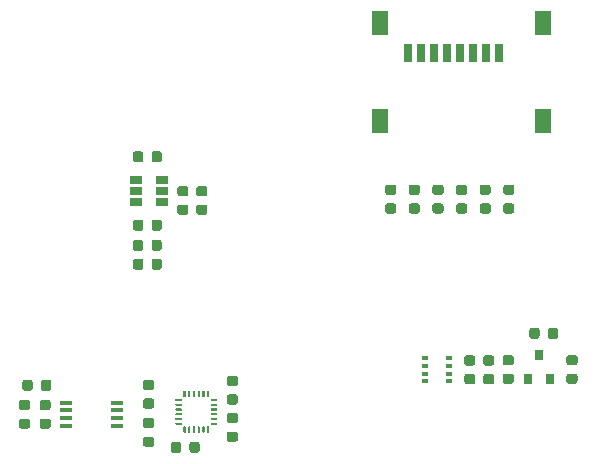
<source format=gbr>
%TF.GenerationSoftware,KiCad,Pcbnew,(5.1.10)-1*%
%TF.CreationDate,2021-07-09T14:19:08-04:00*%
%TF.ProjectId,ControlBoard,436f6e74-726f-46c4-926f-6172642e6b69,rev?*%
%TF.SameCoordinates,Original*%
%TF.FileFunction,Paste,Bot*%
%TF.FilePolarity,Positive*%
%FSLAX46Y46*%
G04 Gerber Fmt 4.6, Leading zero omitted, Abs format (unit mm)*
G04 Created by KiCad (PCBNEW (5.1.10)-1) date 2021-07-09 14:19:08*
%MOMM*%
%LPD*%
G01*
G04 APERTURE LIST*
%ADD10R,1.450000X2.000000*%
%ADD11R,0.800000X1.500000*%
%ADD12R,0.800000X0.900000*%
%ADD13R,0.500000X0.350000*%
%ADD14R,1.100000X0.400000*%
%ADD15R,1.060000X0.650000*%
G04 APERTURE END LIST*
%TO.C,C8*%
G36*
G01*
X127837500Y-103543750D02*
X127837500Y-104056250D01*
G75*
G02*
X127618750Y-104275000I-218750J0D01*
G01*
X127181250Y-104275000D01*
G75*
G02*
X126962500Y-104056250I0J218750D01*
G01*
X126962500Y-103543750D01*
G75*
G02*
X127181250Y-103325000I218750J0D01*
G01*
X127618750Y-103325000D01*
G75*
G02*
X127837500Y-103543750I0J-218750D01*
G01*
G37*
G36*
G01*
X126262500Y-103543750D02*
X126262500Y-104056250D01*
G75*
G02*
X126043750Y-104275000I-218750J0D01*
G01*
X125606250Y-104275000D01*
G75*
G02*
X125387500Y-104056250I0J218750D01*
G01*
X125387500Y-103543750D01*
G75*
G02*
X125606250Y-103325000I218750J0D01*
G01*
X126043750Y-103325000D01*
G75*
G02*
X126262500Y-103543750I0J-218750D01*
G01*
G37*
%TD*%
%TO.C,C9*%
G36*
G01*
X130856250Y-98612500D02*
X130343750Y-98612500D01*
G75*
G02*
X130125000Y-98393750I0J218750D01*
G01*
X130125000Y-97956250D01*
G75*
G02*
X130343750Y-97737500I218750J0D01*
G01*
X130856250Y-97737500D01*
G75*
G02*
X131075000Y-97956250I0J-218750D01*
G01*
X131075000Y-98393750D01*
G75*
G02*
X130856250Y-98612500I-218750J0D01*
G01*
G37*
G36*
G01*
X130856250Y-100187500D02*
X130343750Y-100187500D01*
G75*
G02*
X130125000Y-99968750I0J218750D01*
G01*
X130125000Y-99531250D01*
G75*
G02*
X130343750Y-99312500I218750J0D01*
G01*
X130856250Y-99312500D01*
G75*
G02*
X131075000Y-99531250I0J-218750D01*
G01*
X131075000Y-99968750D01*
G75*
G02*
X130856250Y-100187500I-218750J0D01*
G01*
G37*
%TD*%
%TO.C,C13*%
G36*
G01*
X130343750Y-102462500D02*
X130856250Y-102462500D01*
G75*
G02*
X131075000Y-102681250I0J-218750D01*
G01*
X131075000Y-103118750D01*
G75*
G02*
X130856250Y-103337500I-218750J0D01*
G01*
X130343750Y-103337500D01*
G75*
G02*
X130125000Y-103118750I0J218750D01*
G01*
X130125000Y-102681250D01*
G75*
G02*
X130343750Y-102462500I218750J0D01*
G01*
G37*
G36*
G01*
X130343750Y-100887500D02*
X130856250Y-100887500D01*
G75*
G02*
X131075000Y-101106250I0J-218750D01*
G01*
X131075000Y-101543750D01*
G75*
G02*
X130856250Y-101762500I-218750J0D01*
G01*
X130343750Y-101762500D01*
G75*
G02*
X130125000Y-101543750I0J218750D01*
G01*
X130125000Y-101106250D01*
G75*
G02*
X130343750Y-100887500I218750J0D01*
G01*
G37*
%TD*%
%TO.C,C21*%
G36*
G01*
X152043750Y-97587500D02*
X152556250Y-97587500D01*
G75*
G02*
X152775000Y-97806250I0J-218750D01*
G01*
X152775000Y-98243750D01*
G75*
G02*
X152556250Y-98462500I-218750J0D01*
G01*
X152043750Y-98462500D01*
G75*
G02*
X151825000Y-98243750I0J218750D01*
G01*
X151825000Y-97806250D01*
G75*
G02*
X152043750Y-97587500I218750J0D01*
G01*
G37*
G36*
G01*
X152043750Y-96012500D02*
X152556250Y-96012500D01*
G75*
G02*
X152775000Y-96231250I0J-218750D01*
G01*
X152775000Y-96668750D01*
G75*
G02*
X152556250Y-96887500I-218750J0D01*
G01*
X152043750Y-96887500D01*
G75*
G02*
X151825000Y-96668750I0J218750D01*
G01*
X151825000Y-96231250D01*
G75*
G02*
X152043750Y-96012500I218750J0D01*
G01*
G37*
%TD*%
%TO.C,C23*%
G36*
G01*
X150443750Y-97587500D02*
X150956250Y-97587500D01*
G75*
G02*
X151175000Y-97806250I0J-218750D01*
G01*
X151175000Y-98243750D01*
G75*
G02*
X150956250Y-98462500I-218750J0D01*
G01*
X150443750Y-98462500D01*
G75*
G02*
X150225000Y-98243750I0J218750D01*
G01*
X150225000Y-97806250D01*
G75*
G02*
X150443750Y-97587500I218750J0D01*
G01*
G37*
G36*
G01*
X150443750Y-96012500D02*
X150956250Y-96012500D01*
G75*
G02*
X151175000Y-96231250I0J-218750D01*
G01*
X151175000Y-96668750D01*
G75*
G02*
X150956250Y-96887500I-218750J0D01*
G01*
X150443750Y-96887500D01*
G75*
G02*
X150225000Y-96668750I0J218750D01*
G01*
X150225000Y-96231250D01*
G75*
G02*
X150443750Y-96012500I218750J0D01*
G01*
G37*
%TD*%
%TO.C,C42*%
G36*
G01*
X123050000Y-86443750D02*
X123050000Y-86956250D01*
G75*
G02*
X122831250Y-87175000I-218750J0D01*
G01*
X122393750Y-87175000D01*
G75*
G02*
X122175000Y-86956250I0J218750D01*
G01*
X122175000Y-86443750D01*
G75*
G02*
X122393750Y-86225000I218750J0D01*
G01*
X122831250Y-86225000D01*
G75*
G02*
X123050000Y-86443750I0J-218750D01*
G01*
G37*
G36*
G01*
X124625000Y-86443750D02*
X124625000Y-86956250D01*
G75*
G02*
X124406250Y-87175000I-218750J0D01*
G01*
X123968750Y-87175000D01*
G75*
G02*
X123750000Y-86956250I0J218750D01*
G01*
X123750000Y-86443750D01*
G75*
G02*
X123968750Y-86225000I218750J0D01*
G01*
X124406250Y-86225000D01*
G75*
G02*
X124625000Y-86443750I0J-218750D01*
G01*
G37*
%TD*%
%TO.C,C44*%
G36*
G01*
X126143750Y-81675000D02*
X126656250Y-81675000D01*
G75*
G02*
X126875000Y-81893750I0J-218750D01*
G01*
X126875000Y-82331250D01*
G75*
G02*
X126656250Y-82550000I-218750J0D01*
G01*
X126143750Y-82550000D01*
G75*
G02*
X125925000Y-82331250I0J218750D01*
G01*
X125925000Y-81893750D01*
G75*
G02*
X126143750Y-81675000I218750J0D01*
G01*
G37*
G36*
G01*
X126143750Y-83250000D02*
X126656250Y-83250000D01*
G75*
G02*
X126875000Y-83468750I0J-218750D01*
G01*
X126875000Y-83906250D01*
G75*
G02*
X126656250Y-84125000I-218750J0D01*
G01*
X126143750Y-84125000D01*
G75*
G02*
X125925000Y-83906250I0J218750D01*
G01*
X125925000Y-83468750D01*
G75*
G02*
X126143750Y-83250000I218750J0D01*
G01*
G37*
%TD*%
%TO.C,FB1*%
G36*
G01*
X123050000Y-88043750D02*
X123050000Y-88556250D01*
G75*
G02*
X122831250Y-88775000I-218750J0D01*
G01*
X122393750Y-88775000D01*
G75*
G02*
X122175000Y-88556250I0J218750D01*
G01*
X122175000Y-88043750D01*
G75*
G02*
X122393750Y-87825000I218750J0D01*
G01*
X122831250Y-87825000D01*
G75*
G02*
X123050000Y-88043750I0J-218750D01*
G01*
G37*
G36*
G01*
X124625000Y-88043750D02*
X124625000Y-88556250D01*
G75*
G02*
X124406250Y-88775000I-218750J0D01*
G01*
X123968750Y-88775000D01*
G75*
G02*
X123750000Y-88556250I0J218750D01*
G01*
X123750000Y-88043750D01*
G75*
G02*
X123968750Y-87825000I218750J0D01*
G01*
X124406250Y-87825000D01*
G75*
G02*
X124625000Y-88043750I0J-218750D01*
G01*
G37*
%TD*%
%TO.C,FB2*%
G36*
G01*
X128256250Y-84125000D02*
X127743750Y-84125000D01*
G75*
G02*
X127525000Y-83906250I0J218750D01*
G01*
X127525000Y-83468750D01*
G75*
G02*
X127743750Y-83250000I218750J0D01*
G01*
X128256250Y-83250000D01*
G75*
G02*
X128475000Y-83468750I0J-218750D01*
G01*
X128475000Y-83906250D01*
G75*
G02*
X128256250Y-84125000I-218750J0D01*
G01*
G37*
G36*
G01*
X128256250Y-82550000D02*
X127743750Y-82550000D01*
G75*
G02*
X127525000Y-82331250I0J218750D01*
G01*
X127525000Y-81893750D01*
G75*
G02*
X127743750Y-81675000I218750J0D01*
G01*
X128256250Y-81675000D01*
G75*
G02*
X128475000Y-81893750I0J-218750D01*
G01*
X128475000Y-82331250D01*
G75*
G02*
X128256250Y-82550000I-218750J0D01*
G01*
G37*
%TD*%
D10*
%TO.C,J9*%
X143125000Y-67850000D03*
X156875000Y-67850000D03*
X156875000Y-76150000D03*
X143125000Y-76150000D03*
D11*
X145500000Y-70450000D03*
X146600000Y-70450000D03*
X147700000Y-70450000D03*
X148800000Y-70450000D03*
X149900000Y-70450000D03*
X151000000Y-70450000D03*
X152100000Y-70450000D03*
X153200000Y-70450000D03*
%TD*%
D12*
%TO.C,Q2*%
X156550000Y-96000000D03*
X155600000Y-98000000D03*
X157500000Y-98000000D03*
%TD*%
%TO.C,R12*%
G36*
G01*
X123756250Y-100537500D02*
X123243750Y-100537500D01*
G75*
G02*
X123025000Y-100318750I0J218750D01*
G01*
X123025000Y-99881250D01*
G75*
G02*
X123243750Y-99662500I218750J0D01*
G01*
X123756250Y-99662500D01*
G75*
G02*
X123975000Y-99881250I0J-218750D01*
G01*
X123975000Y-100318750D01*
G75*
G02*
X123756250Y-100537500I-218750J0D01*
G01*
G37*
G36*
G01*
X123756250Y-98962500D02*
X123243750Y-98962500D01*
G75*
G02*
X123025000Y-98743750I0J218750D01*
G01*
X123025000Y-98306250D01*
G75*
G02*
X123243750Y-98087500I218750J0D01*
G01*
X123756250Y-98087500D01*
G75*
G02*
X123975000Y-98306250I0J-218750D01*
G01*
X123975000Y-98743750D01*
G75*
G02*
X123756250Y-98962500I-218750J0D01*
G01*
G37*
%TD*%
%TO.C,R13*%
G36*
G01*
X123243750Y-101312500D02*
X123756250Y-101312500D01*
G75*
G02*
X123975000Y-101531250I0J-218750D01*
G01*
X123975000Y-101968750D01*
G75*
G02*
X123756250Y-102187500I-218750J0D01*
G01*
X123243750Y-102187500D01*
G75*
G02*
X123025000Y-101968750I0J218750D01*
G01*
X123025000Y-101531250D01*
G75*
G02*
X123243750Y-101312500I218750J0D01*
G01*
G37*
G36*
G01*
X123243750Y-102887500D02*
X123756250Y-102887500D01*
G75*
G02*
X123975000Y-103106250I0J-218750D01*
G01*
X123975000Y-103543750D01*
G75*
G02*
X123756250Y-103762500I-218750J0D01*
G01*
X123243750Y-103762500D01*
G75*
G02*
X123025000Y-103543750I0J218750D01*
G01*
X123025000Y-103106250D01*
G75*
G02*
X123243750Y-102887500I218750J0D01*
G01*
G37*
%TD*%
%TO.C,R14*%
G36*
G01*
X115262500Y-98293750D02*
X115262500Y-98806250D01*
G75*
G02*
X115043750Y-99025000I-218750J0D01*
G01*
X114606250Y-99025000D01*
G75*
G02*
X114387500Y-98806250I0J218750D01*
G01*
X114387500Y-98293750D01*
G75*
G02*
X114606250Y-98075000I218750J0D01*
G01*
X115043750Y-98075000D01*
G75*
G02*
X115262500Y-98293750I0J-218750D01*
G01*
G37*
G36*
G01*
X113687500Y-98293750D02*
X113687500Y-98806250D01*
G75*
G02*
X113468750Y-99025000I-218750J0D01*
G01*
X113031250Y-99025000D01*
G75*
G02*
X112812500Y-98806250I0J218750D01*
G01*
X112812500Y-98293750D01*
G75*
G02*
X113031250Y-98075000I218750J0D01*
G01*
X113468750Y-98075000D01*
G75*
G02*
X113687500Y-98293750I0J-218750D01*
G01*
G37*
%TD*%
%TO.C,R15*%
G36*
G01*
X114493750Y-99787500D02*
X115006250Y-99787500D01*
G75*
G02*
X115225000Y-100006250I0J-218750D01*
G01*
X115225000Y-100443750D01*
G75*
G02*
X115006250Y-100662500I-218750J0D01*
G01*
X114493750Y-100662500D01*
G75*
G02*
X114275000Y-100443750I0J218750D01*
G01*
X114275000Y-100006250D01*
G75*
G02*
X114493750Y-99787500I218750J0D01*
G01*
G37*
G36*
G01*
X114493750Y-101362500D02*
X115006250Y-101362500D01*
G75*
G02*
X115225000Y-101581250I0J-218750D01*
G01*
X115225000Y-102018750D01*
G75*
G02*
X115006250Y-102237500I-218750J0D01*
G01*
X114493750Y-102237500D01*
G75*
G02*
X114275000Y-102018750I0J218750D01*
G01*
X114275000Y-101581250D01*
G75*
G02*
X114493750Y-101362500I218750J0D01*
G01*
G37*
%TD*%
%TO.C,R16*%
G36*
G01*
X112743750Y-101362500D02*
X113256250Y-101362500D01*
G75*
G02*
X113475000Y-101581250I0J-218750D01*
G01*
X113475000Y-102018750D01*
G75*
G02*
X113256250Y-102237500I-218750J0D01*
G01*
X112743750Y-102237500D01*
G75*
G02*
X112525000Y-102018750I0J218750D01*
G01*
X112525000Y-101581250D01*
G75*
G02*
X112743750Y-101362500I218750J0D01*
G01*
G37*
G36*
G01*
X112743750Y-99787500D02*
X113256250Y-99787500D01*
G75*
G02*
X113475000Y-100006250I0J-218750D01*
G01*
X113475000Y-100443750D01*
G75*
G02*
X113256250Y-100662500I-218750J0D01*
G01*
X112743750Y-100662500D01*
G75*
G02*
X112525000Y-100443750I0J218750D01*
G01*
X112525000Y-100006250D01*
G75*
G02*
X112743750Y-99787500I218750J0D01*
G01*
G37*
%TD*%
%TO.C,R19*%
G36*
G01*
X144256250Y-84012500D02*
X143743750Y-84012500D01*
G75*
G02*
X143525000Y-83793750I0J218750D01*
G01*
X143525000Y-83356250D01*
G75*
G02*
X143743750Y-83137500I218750J0D01*
G01*
X144256250Y-83137500D01*
G75*
G02*
X144475000Y-83356250I0J-218750D01*
G01*
X144475000Y-83793750D01*
G75*
G02*
X144256250Y-84012500I-218750J0D01*
G01*
G37*
G36*
G01*
X144256250Y-82437500D02*
X143743750Y-82437500D01*
G75*
G02*
X143525000Y-82218750I0J218750D01*
G01*
X143525000Y-81781250D01*
G75*
G02*
X143743750Y-81562500I218750J0D01*
G01*
X144256250Y-81562500D01*
G75*
G02*
X144475000Y-81781250I0J-218750D01*
G01*
X144475000Y-82218750D01*
G75*
G02*
X144256250Y-82437500I-218750J0D01*
G01*
G37*
%TD*%
%TO.C,R20*%
G36*
G01*
X146256250Y-84012500D02*
X145743750Y-84012500D01*
G75*
G02*
X145525000Y-83793750I0J218750D01*
G01*
X145525000Y-83356250D01*
G75*
G02*
X145743750Y-83137500I218750J0D01*
G01*
X146256250Y-83137500D01*
G75*
G02*
X146475000Y-83356250I0J-218750D01*
G01*
X146475000Y-83793750D01*
G75*
G02*
X146256250Y-84012500I-218750J0D01*
G01*
G37*
G36*
G01*
X146256250Y-82437500D02*
X145743750Y-82437500D01*
G75*
G02*
X145525000Y-82218750I0J218750D01*
G01*
X145525000Y-81781250D01*
G75*
G02*
X145743750Y-81562500I218750J0D01*
G01*
X146256250Y-81562500D01*
G75*
G02*
X146475000Y-81781250I0J-218750D01*
G01*
X146475000Y-82218750D01*
G75*
G02*
X146256250Y-82437500I-218750J0D01*
G01*
G37*
%TD*%
%TO.C,R23*%
G36*
G01*
X148256250Y-82437500D02*
X147743750Y-82437500D01*
G75*
G02*
X147525000Y-82218750I0J218750D01*
G01*
X147525000Y-81781250D01*
G75*
G02*
X147743750Y-81562500I218750J0D01*
G01*
X148256250Y-81562500D01*
G75*
G02*
X148475000Y-81781250I0J-218750D01*
G01*
X148475000Y-82218750D01*
G75*
G02*
X148256250Y-82437500I-218750J0D01*
G01*
G37*
G36*
G01*
X148256250Y-84012500D02*
X147743750Y-84012500D01*
G75*
G02*
X147525000Y-83793750I0J218750D01*
G01*
X147525000Y-83356250D01*
G75*
G02*
X147743750Y-83137500I218750J0D01*
G01*
X148256250Y-83137500D01*
G75*
G02*
X148475000Y-83356250I0J-218750D01*
G01*
X148475000Y-83793750D01*
G75*
G02*
X148256250Y-84012500I-218750J0D01*
G01*
G37*
%TD*%
%TO.C,R24*%
G36*
G01*
X123750000Y-79456250D02*
X123750000Y-78943750D01*
G75*
G02*
X123968750Y-78725000I218750J0D01*
G01*
X124406250Y-78725000D01*
G75*
G02*
X124625000Y-78943750I0J-218750D01*
G01*
X124625000Y-79456250D01*
G75*
G02*
X124406250Y-79675000I-218750J0D01*
G01*
X123968750Y-79675000D01*
G75*
G02*
X123750000Y-79456250I0J218750D01*
G01*
G37*
G36*
G01*
X122175000Y-79456250D02*
X122175000Y-78943750D01*
G75*
G02*
X122393750Y-78725000I218750J0D01*
G01*
X122831250Y-78725000D01*
G75*
G02*
X123050000Y-78943750I0J-218750D01*
G01*
X123050000Y-79456250D01*
G75*
G02*
X122831250Y-79675000I-218750J0D01*
G01*
X122393750Y-79675000D01*
G75*
G02*
X122175000Y-79456250I0J218750D01*
G01*
G37*
%TD*%
%TO.C,R25*%
G36*
G01*
X124625000Y-84743750D02*
X124625000Y-85256250D01*
G75*
G02*
X124406250Y-85475000I-218750J0D01*
G01*
X123968750Y-85475000D01*
G75*
G02*
X123750000Y-85256250I0J218750D01*
G01*
X123750000Y-84743750D01*
G75*
G02*
X123968750Y-84525000I218750J0D01*
G01*
X124406250Y-84525000D01*
G75*
G02*
X124625000Y-84743750I0J-218750D01*
G01*
G37*
G36*
G01*
X123050000Y-84743750D02*
X123050000Y-85256250D01*
G75*
G02*
X122831250Y-85475000I-218750J0D01*
G01*
X122393750Y-85475000D01*
G75*
G02*
X122175000Y-85256250I0J218750D01*
G01*
X122175000Y-84743750D01*
G75*
G02*
X122393750Y-84525000I218750J0D01*
G01*
X122831250Y-84525000D01*
G75*
G02*
X123050000Y-84743750I0J-218750D01*
G01*
G37*
%TD*%
%TO.C,R26*%
G36*
G01*
X150256250Y-84012500D02*
X149743750Y-84012500D01*
G75*
G02*
X149525000Y-83793750I0J218750D01*
G01*
X149525000Y-83356250D01*
G75*
G02*
X149743750Y-83137500I218750J0D01*
G01*
X150256250Y-83137500D01*
G75*
G02*
X150475000Y-83356250I0J-218750D01*
G01*
X150475000Y-83793750D01*
G75*
G02*
X150256250Y-84012500I-218750J0D01*
G01*
G37*
G36*
G01*
X150256250Y-82437500D02*
X149743750Y-82437500D01*
G75*
G02*
X149525000Y-82218750I0J218750D01*
G01*
X149525000Y-81781250D01*
G75*
G02*
X149743750Y-81562500I218750J0D01*
G01*
X150256250Y-81562500D01*
G75*
G02*
X150475000Y-81781250I0J-218750D01*
G01*
X150475000Y-82218750D01*
G75*
G02*
X150256250Y-82437500I-218750J0D01*
G01*
G37*
%TD*%
%TO.C,R27*%
G36*
G01*
X152256250Y-84012500D02*
X151743750Y-84012500D01*
G75*
G02*
X151525000Y-83793750I0J218750D01*
G01*
X151525000Y-83356250D01*
G75*
G02*
X151743750Y-83137500I218750J0D01*
G01*
X152256250Y-83137500D01*
G75*
G02*
X152475000Y-83356250I0J-218750D01*
G01*
X152475000Y-83793750D01*
G75*
G02*
X152256250Y-84012500I-218750J0D01*
G01*
G37*
G36*
G01*
X152256250Y-82437500D02*
X151743750Y-82437500D01*
G75*
G02*
X151525000Y-82218750I0J218750D01*
G01*
X151525000Y-81781250D01*
G75*
G02*
X151743750Y-81562500I218750J0D01*
G01*
X152256250Y-81562500D01*
G75*
G02*
X152475000Y-81781250I0J-218750D01*
G01*
X152475000Y-82218750D01*
G75*
G02*
X152256250Y-82437500I-218750J0D01*
G01*
G37*
%TD*%
%TO.C,R28*%
G36*
G01*
X154256250Y-82437500D02*
X153743750Y-82437500D01*
G75*
G02*
X153525000Y-82218750I0J218750D01*
G01*
X153525000Y-81781250D01*
G75*
G02*
X153743750Y-81562500I218750J0D01*
G01*
X154256250Y-81562500D01*
G75*
G02*
X154475000Y-81781250I0J-218750D01*
G01*
X154475000Y-82218750D01*
G75*
G02*
X154256250Y-82437500I-218750J0D01*
G01*
G37*
G36*
G01*
X154256250Y-84012500D02*
X153743750Y-84012500D01*
G75*
G02*
X153525000Y-83793750I0J218750D01*
G01*
X153525000Y-83356250D01*
G75*
G02*
X153743750Y-83137500I218750J0D01*
G01*
X154256250Y-83137500D01*
G75*
G02*
X154475000Y-83356250I0J-218750D01*
G01*
X154475000Y-83793750D01*
G75*
G02*
X154256250Y-84012500I-218750J0D01*
G01*
G37*
%TD*%
%TO.C,R32*%
G36*
G01*
X159093750Y-97550000D02*
X159606250Y-97550000D01*
G75*
G02*
X159825000Y-97768750I0J-218750D01*
G01*
X159825000Y-98206250D01*
G75*
G02*
X159606250Y-98425000I-218750J0D01*
G01*
X159093750Y-98425000D01*
G75*
G02*
X158875000Y-98206250I0J218750D01*
G01*
X158875000Y-97768750D01*
G75*
G02*
X159093750Y-97550000I218750J0D01*
G01*
G37*
G36*
G01*
X159093750Y-95975000D02*
X159606250Y-95975000D01*
G75*
G02*
X159825000Y-96193750I0J-218750D01*
G01*
X159825000Y-96631250D01*
G75*
G02*
X159606250Y-96850000I-218750J0D01*
G01*
X159093750Y-96850000D01*
G75*
G02*
X158875000Y-96631250I0J218750D01*
G01*
X158875000Y-96193750D01*
G75*
G02*
X159093750Y-95975000I218750J0D01*
G01*
G37*
%TD*%
%TO.C,R33*%
G36*
G01*
X158175000Y-93893750D02*
X158175000Y-94406250D01*
G75*
G02*
X157956250Y-94625000I-218750J0D01*
G01*
X157518750Y-94625000D01*
G75*
G02*
X157300000Y-94406250I0J218750D01*
G01*
X157300000Y-93893750D01*
G75*
G02*
X157518750Y-93675000I218750J0D01*
G01*
X157956250Y-93675000D01*
G75*
G02*
X158175000Y-93893750I0J-218750D01*
G01*
G37*
G36*
G01*
X156600000Y-93893750D02*
X156600000Y-94406250D01*
G75*
G02*
X156381250Y-94625000I-218750J0D01*
G01*
X155943750Y-94625000D01*
G75*
G02*
X155725000Y-94406250I0J218750D01*
G01*
X155725000Y-93893750D01*
G75*
G02*
X155943750Y-93675000I218750J0D01*
G01*
X156381250Y-93675000D01*
G75*
G02*
X156600000Y-93893750I0J-218750D01*
G01*
G37*
%TD*%
%TO.C,R34*%
G36*
G01*
X153693750Y-97562500D02*
X154206250Y-97562500D01*
G75*
G02*
X154425000Y-97781250I0J-218750D01*
G01*
X154425000Y-98218750D01*
G75*
G02*
X154206250Y-98437500I-218750J0D01*
G01*
X153693750Y-98437500D01*
G75*
G02*
X153475000Y-98218750I0J218750D01*
G01*
X153475000Y-97781250D01*
G75*
G02*
X153693750Y-97562500I218750J0D01*
G01*
G37*
G36*
G01*
X153693750Y-95987500D02*
X154206250Y-95987500D01*
G75*
G02*
X154425000Y-96206250I0J-218750D01*
G01*
X154425000Y-96643750D01*
G75*
G02*
X154206250Y-96862500I-218750J0D01*
G01*
X153693750Y-96862500D01*
G75*
G02*
X153475000Y-96643750I0J218750D01*
G01*
X153475000Y-96206250D01*
G75*
G02*
X153693750Y-95987500I218750J0D01*
G01*
G37*
%TD*%
%TO.C,U4*%
G36*
G01*
X126500000Y-99025000D02*
X126600000Y-99025000D01*
G75*
G02*
X126650000Y-99075000I0J-50000D01*
G01*
X126650000Y-99525000D01*
G75*
G02*
X126600000Y-99575000I-50000J0D01*
G01*
X126500000Y-99575000D01*
G75*
G02*
X126450000Y-99525000I0J50000D01*
G01*
X126450000Y-99075000D01*
G75*
G02*
X126500000Y-99025000I50000J0D01*
G01*
G37*
G36*
G01*
X126900000Y-99025000D02*
X127000000Y-99025000D01*
G75*
G02*
X127050000Y-99075000I0J-50000D01*
G01*
X127050000Y-99525000D01*
G75*
G02*
X127000000Y-99575000I-50000J0D01*
G01*
X126900000Y-99575000D01*
G75*
G02*
X126850000Y-99525000I0J50000D01*
G01*
X126850000Y-99075000D01*
G75*
G02*
X126900000Y-99025000I50000J0D01*
G01*
G37*
G36*
G01*
X127300000Y-99025000D02*
X127400000Y-99025000D01*
G75*
G02*
X127450000Y-99075000I0J-50000D01*
G01*
X127450000Y-99525000D01*
G75*
G02*
X127400000Y-99575000I-50000J0D01*
G01*
X127300000Y-99575000D01*
G75*
G02*
X127250000Y-99525000I0J50000D01*
G01*
X127250000Y-99075000D01*
G75*
G02*
X127300000Y-99025000I50000J0D01*
G01*
G37*
G36*
G01*
X127700000Y-99025000D02*
X127800000Y-99025000D01*
G75*
G02*
X127850000Y-99075000I0J-50000D01*
G01*
X127850000Y-99525000D01*
G75*
G02*
X127800000Y-99575000I-50000J0D01*
G01*
X127700000Y-99575000D01*
G75*
G02*
X127650000Y-99525000I0J50000D01*
G01*
X127650000Y-99075000D01*
G75*
G02*
X127700000Y-99025000I50000J0D01*
G01*
G37*
G36*
G01*
X128100000Y-99025000D02*
X128200000Y-99025000D01*
G75*
G02*
X128250000Y-99075000I0J-50000D01*
G01*
X128250000Y-99525000D01*
G75*
G02*
X128200000Y-99575000I-50000J0D01*
G01*
X128100000Y-99575000D01*
G75*
G02*
X128050000Y-99525000I0J50000D01*
G01*
X128050000Y-99075000D01*
G75*
G02*
X128100000Y-99025000I50000J0D01*
G01*
G37*
G36*
G01*
X128500000Y-99025000D02*
X128600000Y-99025000D01*
G75*
G02*
X128650000Y-99075000I0J-50000D01*
G01*
X128650000Y-99525000D01*
G75*
G02*
X128600000Y-99575000I-50000J0D01*
G01*
X128500000Y-99575000D01*
G75*
G02*
X128450000Y-99525000I0J50000D01*
G01*
X128450000Y-99075000D01*
G75*
G02*
X128500000Y-99025000I50000J0D01*
G01*
G37*
G36*
G01*
X129325000Y-99750000D02*
X129325000Y-99850000D01*
G75*
G02*
X129275000Y-99900000I-50000J0D01*
G01*
X128825000Y-99900000D01*
G75*
G02*
X128775000Y-99850000I0J50000D01*
G01*
X128775000Y-99750000D01*
G75*
G02*
X128825000Y-99700000I50000J0D01*
G01*
X129275000Y-99700000D01*
G75*
G02*
X129325000Y-99750000I0J-50000D01*
G01*
G37*
G36*
G01*
X129325000Y-100150000D02*
X129325000Y-100250000D01*
G75*
G02*
X129275000Y-100300000I-50000J0D01*
G01*
X128825000Y-100300000D01*
G75*
G02*
X128775000Y-100250000I0J50000D01*
G01*
X128775000Y-100150000D01*
G75*
G02*
X128825000Y-100100000I50000J0D01*
G01*
X129275000Y-100100000D01*
G75*
G02*
X129325000Y-100150000I0J-50000D01*
G01*
G37*
G36*
G01*
X129325000Y-100550000D02*
X129325000Y-100650000D01*
G75*
G02*
X129275000Y-100700000I-50000J0D01*
G01*
X128825000Y-100700000D01*
G75*
G02*
X128775000Y-100650000I0J50000D01*
G01*
X128775000Y-100550000D01*
G75*
G02*
X128825000Y-100500000I50000J0D01*
G01*
X129275000Y-100500000D01*
G75*
G02*
X129325000Y-100550000I0J-50000D01*
G01*
G37*
G36*
G01*
X129325000Y-100950000D02*
X129325000Y-101050000D01*
G75*
G02*
X129275000Y-101100000I-50000J0D01*
G01*
X128825000Y-101100000D01*
G75*
G02*
X128775000Y-101050000I0J50000D01*
G01*
X128775000Y-100950000D01*
G75*
G02*
X128825000Y-100900000I50000J0D01*
G01*
X129275000Y-100900000D01*
G75*
G02*
X129325000Y-100950000I0J-50000D01*
G01*
G37*
G36*
G01*
X129325000Y-101350000D02*
X129325000Y-101450000D01*
G75*
G02*
X129275000Y-101500000I-50000J0D01*
G01*
X128825000Y-101500000D01*
G75*
G02*
X128775000Y-101450000I0J50000D01*
G01*
X128775000Y-101350000D01*
G75*
G02*
X128825000Y-101300000I50000J0D01*
G01*
X129275000Y-101300000D01*
G75*
G02*
X129325000Y-101350000I0J-50000D01*
G01*
G37*
G36*
G01*
X129325000Y-101750000D02*
X129325000Y-101850000D01*
G75*
G02*
X129275000Y-101900000I-50000J0D01*
G01*
X128825000Y-101900000D01*
G75*
G02*
X128775000Y-101850000I0J50000D01*
G01*
X128775000Y-101750000D01*
G75*
G02*
X128825000Y-101700000I50000J0D01*
G01*
X129275000Y-101700000D01*
G75*
G02*
X129325000Y-101750000I0J-50000D01*
G01*
G37*
G36*
G01*
X128500000Y-102025000D02*
X128600000Y-102025000D01*
G75*
G02*
X128650000Y-102075000I0J-50000D01*
G01*
X128650000Y-102525000D01*
G75*
G02*
X128600000Y-102575000I-50000J0D01*
G01*
X128500000Y-102575000D01*
G75*
G02*
X128450000Y-102525000I0J50000D01*
G01*
X128450000Y-102075000D01*
G75*
G02*
X128500000Y-102025000I50000J0D01*
G01*
G37*
G36*
G01*
X128100000Y-102025000D02*
X128200000Y-102025000D01*
G75*
G02*
X128250000Y-102075000I0J-50000D01*
G01*
X128250000Y-102525000D01*
G75*
G02*
X128200000Y-102575000I-50000J0D01*
G01*
X128100000Y-102575000D01*
G75*
G02*
X128050000Y-102525000I0J50000D01*
G01*
X128050000Y-102075000D01*
G75*
G02*
X128100000Y-102025000I50000J0D01*
G01*
G37*
G36*
G01*
X127700000Y-102025000D02*
X127800000Y-102025000D01*
G75*
G02*
X127850000Y-102075000I0J-50000D01*
G01*
X127850000Y-102525000D01*
G75*
G02*
X127800000Y-102575000I-50000J0D01*
G01*
X127700000Y-102575000D01*
G75*
G02*
X127650000Y-102525000I0J50000D01*
G01*
X127650000Y-102075000D01*
G75*
G02*
X127700000Y-102025000I50000J0D01*
G01*
G37*
G36*
G01*
X127300000Y-102025000D02*
X127400000Y-102025000D01*
G75*
G02*
X127450000Y-102075000I0J-50000D01*
G01*
X127450000Y-102525000D01*
G75*
G02*
X127400000Y-102575000I-50000J0D01*
G01*
X127300000Y-102575000D01*
G75*
G02*
X127250000Y-102525000I0J50000D01*
G01*
X127250000Y-102075000D01*
G75*
G02*
X127300000Y-102025000I50000J0D01*
G01*
G37*
G36*
G01*
X126900000Y-102025000D02*
X127000000Y-102025000D01*
G75*
G02*
X127050000Y-102075000I0J-50000D01*
G01*
X127050000Y-102525000D01*
G75*
G02*
X127000000Y-102575000I-50000J0D01*
G01*
X126900000Y-102575000D01*
G75*
G02*
X126850000Y-102525000I0J50000D01*
G01*
X126850000Y-102075000D01*
G75*
G02*
X126900000Y-102025000I50000J0D01*
G01*
G37*
G36*
G01*
X126500000Y-102025000D02*
X126600000Y-102025000D01*
G75*
G02*
X126650000Y-102075000I0J-50000D01*
G01*
X126650000Y-102525000D01*
G75*
G02*
X126600000Y-102575000I-50000J0D01*
G01*
X126500000Y-102575000D01*
G75*
G02*
X126450000Y-102525000I0J50000D01*
G01*
X126450000Y-102075000D01*
G75*
G02*
X126500000Y-102025000I50000J0D01*
G01*
G37*
G36*
G01*
X126325000Y-101750000D02*
X126325000Y-101850000D01*
G75*
G02*
X126275000Y-101900000I-50000J0D01*
G01*
X125825000Y-101900000D01*
G75*
G02*
X125775000Y-101850000I0J50000D01*
G01*
X125775000Y-101750000D01*
G75*
G02*
X125825000Y-101700000I50000J0D01*
G01*
X126275000Y-101700000D01*
G75*
G02*
X126325000Y-101750000I0J-50000D01*
G01*
G37*
G36*
G01*
X126325000Y-101350000D02*
X126325000Y-101450000D01*
G75*
G02*
X126275000Y-101500000I-50000J0D01*
G01*
X125825000Y-101500000D01*
G75*
G02*
X125775000Y-101450000I0J50000D01*
G01*
X125775000Y-101350000D01*
G75*
G02*
X125825000Y-101300000I50000J0D01*
G01*
X126275000Y-101300000D01*
G75*
G02*
X126325000Y-101350000I0J-50000D01*
G01*
G37*
G36*
G01*
X126325000Y-100950000D02*
X126325000Y-101050000D01*
G75*
G02*
X126275000Y-101100000I-50000J0D01*
G01*
X125825000Y-101100000D01*
G75*
G02*
X125775000Y-101050000I0J50000D01*
G01*
X125775000Y-100950000D01*
G75*
G02*
X125825000Y-100900000I50000J0D01*
G01*
X126275000Y-100900000D01*
G75*
G02*
X126325000Y-100950000I0J-50000D01*
G01*
G37*
G36*
G01*
X126325000Y-100550000D02*
X126325000Y-100650000D01*
G75*
G02*
X126275000Y-100700000I-50000J0D01*
G01*
X125825000Y-100700000D01*
G75*
G02*
X125775000Y-100650000I0J50000D01*
G01*
X125775000Y-100550000D01*
G75*
G02*
X125825000Y-100500000I50000J0D01*
G01*
X126275000Y-100500000D01*
G75*
G02*
X126325000Y-100550000I0J-50000D01*
G01*
G37*
G36*
G01*
X126325000Y-100150000D02*
X126325000Y-100250000D01*
G75*
G02*
X126275000Y-100300000I-50000J0D01*
G01*
X125825000Y-100300000D01*
G75*
G02*
X125775000Y-100250000I0J50000D01*
G01*
X125775000Y-100150000D01*
G75*
G02*
X125825000Y-100100000I50000J0D01*
G01*
X126275000Y-100100000D01*
G75*
G02*
X126325000Y-100150000I0J-50000D01*
G01*
G37*
G36*
G01*
X126325000Y-99750000D02*
X126325000Y-99850000D01*
G75*
G02*
X126275000Y-99900000I-50000J0D01*
G01*
X125825000Y-99900000D01*
G75*
G02*
X125775000Y-99850000I0J50000D01*
G01*
X125775000Y-99750000D01*
G75*
G02*
X125825000Y-99700000I50000J0D01*
G01*
X126275000Y-99700000D01*
G75*
G02*
X126325000Y-99750000I0J-50000D01*
G01*
G37*
%TD*%
D13*
%TO.C,U8*%
X146875000Y-98225000D03*
X146875000Y-97575000D03*
X146875000Y-96925000D03*
X146875000Y-96275000D03*
X148925000Y-96275000D03*
X148925000Y-96925000D03*
X148925000Y-97575000D03*
X148925000Y-98225000D03*
%TD*%
D14*
%TO.C,U10*%
X116550000Y-100025000D03*
X116550000Y-100675000D03*
X116550000Y-101325000D03*
X116550000Y-101975000D03*
X120850000Y-101975000D03*
X120850000Y-101325000D03*
X120850000Y-100675000D03*
X120850000Y-100025000D03*
%TD*%
D15*
%TO.C,U13*%
X122400000Y-83050000D03*
X122400000Y-82100000D03*
X122400000Y-81150000D03*
X124600000Y-81150000D03*
X124600000Y-83050000D03*
X124600000Y-82100000D03*
%TD*%
M02*

</source>
